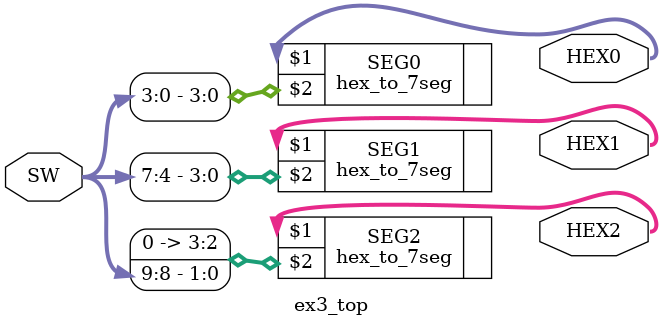
<source format=v>
module ex3_top (
	SW,			// Switches
	HEX0,
	HEX1,
	HEX2
);

	input  [9:0] SW;
	output [6:0] HEX0;
	output [6:0] HEX1;
	output [6:0] HEX2;
		
	hex_to_7seg SEG0(HEX0, SW[3:0]);
	hex_to_7seg SEG1(HEX1, SW[7:4]);
	hex_to_7seg SEG2(HEX2, {2'b00, SW[9:8]});
	
endmodule
</source>
